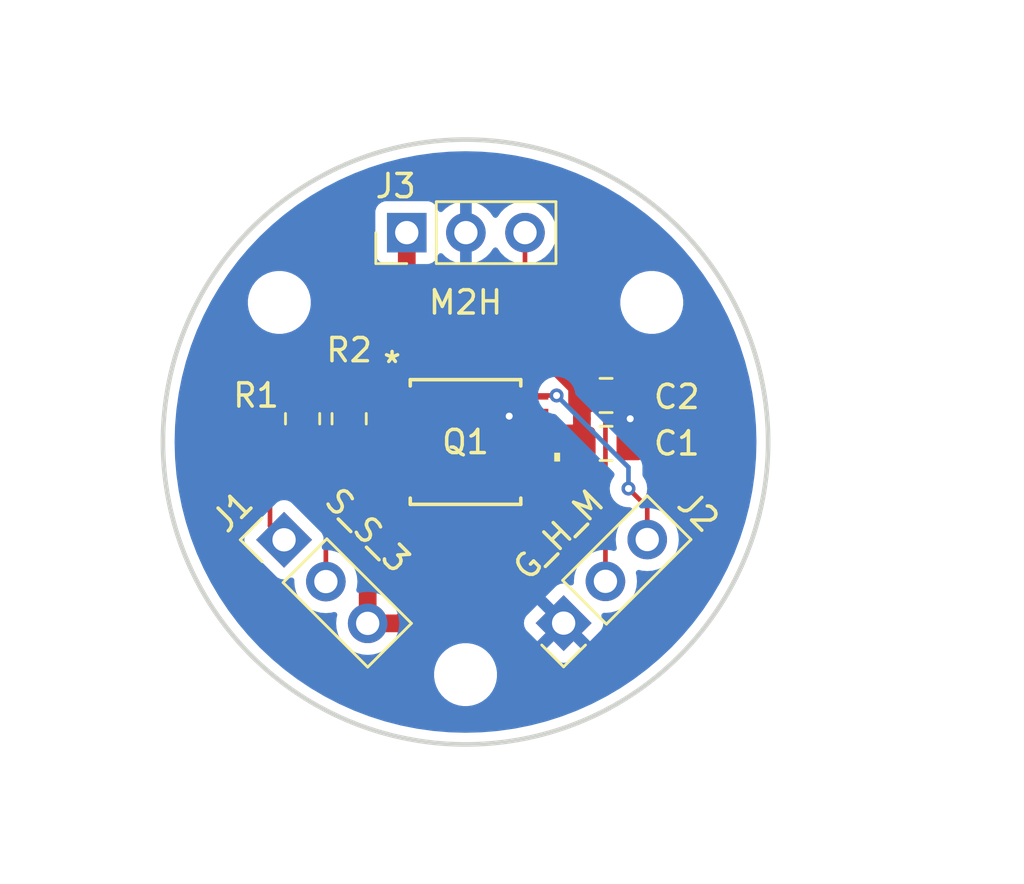
<source format=kicad_pcb>
(kicad_pcb (version 20240108) (generator "pcbnew") (generator_version "8.0")
  (layers (0 "F.Cu" signal) (31 "B.Cu" signal) (34 "B.Paste" user) (35 "F.Paste" user) (36 "B.SilkS" user "B.Silkscreen") (37 "F.SilkS" user "F.Silkscreen") (38 "B.Mask" user) (39 "F.Mask" user) (44 "Edge.Cuts" user))
  (net 0 "")
  (net 1 "GND")
  (net 2 "+3.3V")
  (net 3 "/SCL")
  (net 4 "/SDA")
  (net 5 "/HALL_OUT")
  (net 6 "/MAG_INT")
  (footprint "MountingHole:MountingHole_2.2mm_M2" (layer "F.Cu") (at 128 87)
    (property "Reference" "REF**")
    (property "Value" "MountingHole_2.2mm_M2")
    (pad "" np_thru_hole circle (at 0 0) (size 2.2 2.2) (drill 2.2) (layers "*.Cu" "*.Mask"))
  )
  (footprint "Capacitor_SMD:C_0805_2012Metric_Pad1.18x1.45mm_HandSolder" (layer "F.Cu") (at 142.0375 91 180)
    (property "Reference" "C2" (at -3.0375 -0.06 0) (layer "F.SilkS"))
    (property "Value" "10uF")
    (fp_line (start -0.261252 0.735) (end 0.261252 0.735) (stroke (width 0.12)) (layer "F.SilkS"))
    (fp_line (start -0.261252 -0.735) (end 0.261252 -0.735) (stroke (width 0.12)) (layer "F.SilkS"))
    (pad "1" smd roundrect (at -1.0375 0 180) (size 1.175 1.45) (layers "F.Cu" "F.Paste" "F.Mask") (roundrect_rratio 0.212766) (net 1 "GND"))
    (pad "2" smd roundrect (at 1.0375 0 180) (size 1.175 1.45) (layers "F.Cu" "F.Paste" "F.Mask") (roundrect_rratio 0.212766) (net 2 "+3.3V"))
  )
  (footprint "Capacitor_SMD:C_0805_2012Metric_Pad1.18x1.45mm_HandSolder" (layer "F.Cu") (at 142.0375 93.06 180)
    (property "Reference" "C1" (at -3.0375 0 0) (layer "F.SilkS"))
    (property "Value" "100nF")
    (fp_line (start -0.261252 0.735) (end 0.261252 0.735) (stroke (width 0.12)) (layer "F.SilkS"))
    (fp_line (start -0.261252 -0.735) (end 0.261252 -0.735) (stroke (width 0.12)) (layer "F.SilkS"))
    (pad "1" smd roundrect (at -1.0375 0 180) (size 1.175 1.45) (layers "F.Cu" "F.Paste" "F.Mask") (roundrect_rratio 0.212766) (net 1 "GND"))
    (pad "2" smd roundrect (at 1.0375 0 180) (size 1.175 1.45) (layers "F.Cu" "F.Paste" "F.Mask") (roundrect_rratio 0.212766) (net 2 "+3.3V"))
  )
  (footprint "AS5048B_HTSP_500:TRANS_HTSP-500_AMS" (layer "F.Cu") (at 136 93)
    (property "Reference" "Q1" (at 0 0 0) (layer "F.SilkS"))
    (property "Value" "AS5048B-HTSP-500")
    (fp_line (start -2.3749 -2.6797) (end -2.3749 -2.409741) (stroke (width 0.1524)) (layer "F.SilkS"))
    (fp_line (start -2.3749 2.409739) (end -2.3749 2.6797) (stroke (width 0.1524)) (layer "F.SilkS"))
    (fp_line (start -2.3749 2.6797) (end 2.3749 2.6797) (stroke (width 0.1524)) (layer "F.SilkS"))
    (fp_line (start 2.3749 -2.6797) (end -2.3749 -2.6797) (stroke (width 0.1524)) (layer "F.SilkS"))
    (fp_line (start 2.3749 -2.409739) (end 2.3749 -2.6797) (stroke (width 0.1524)) (layer "F.SilkS"))
    (fp_line (start 2.3749 2.6797) (end 2.3749 2.409741) (stroke (width 0.1524)) (layer "F.SilkS"))
    (fp_poly (pts (xy 4.064 0.459499) (xy 4.064 0.840499) (xy 3.81 0.840499) (xy 3.81 0.459499)) (fill solid) (layer "F.SilkS"))
    (fp_text user "*" (at -3.15595 -3.347 0) (layer "F.SilkS"))
    (pad "1" smd rect (at -2.90195 -1.950001) (size 1.3081 0.254) (layers "F.Cu" "F.Paste" "F.Mask") (net 4 "/SDA"))
    (pad "2" smd rect (at -2.90195 -1.3) (size 1.3081 0.254) (layers "F.Cu" "F.Paste" "F.Mask") (net 3 "/SCL"))
    (pad "3" smd rect (at -2.90195 -0.649999) (size 1.3081 0.254) (layers "F.Cu" "F.Paste" "F.Mask") (net 2 "+3.3V"))
    (pad "4" smd rect (at -2.90195 0) (size 1.3081 0.254) (layers "F.Cu" "F.Paste" "F.Mask") (net 2 "+3.3V"))
    (pad "5" smd rect (at -2.90195 0.649999) (size 1.3081 0.254) (layers "F.Cu" "F.Paste" "F.Mask"))
    (pad "6" smd rect (at -2.90195 1.3) (size 1.3081 0.254) (layers "F.Cu" "F.Paste" "F.Mask"))
    (pad "7" smd rect (at -2.90195 1.949999) (size 1.3081 0.254) (layers "F.Cu" "F.Paste" "F.Mask"))
    (pad "8" smd rect (at 2.90195 1.950001) (size 1.3081 0.254) (layers "F.Cu" "F.Paste" "F.Mask"))
    (pad "9" smd rect (at 2.90195 1.3) (size 1.3081 0.254) (layers "F.Cu" "F.Paste" "F.Mask"))
    (pad "10" smd rect (at 2.90195 0.650001) (size 1.3081 0.254) (layers "F.Cu" "F.Paste" "F.Mask"))
    (pad "11" smd rect (at 2.90195 0) (size 1.3081 0.254) (layers "F.Cu" "F.Paste" "F.Mask"))
    (pad "12" smd rect (at 2.90195 -0.649999) (size 1.3081 0.254) (layers "F.Cu" "F.Paste" "F.Mask") (net 2 "+3.3V"))
    (pad "13" smd rect (at 2.90195 -1.3) (size 1.3081 0.254) (layers "F.Cu" "F.Paste" "F.Mask") (net 1 "GND"))
    (pad "14" smd rect (at 2.90195 -1.949999) (size 1.3081 0.254) (layers "F.Cu" "F.Paste" "F.Mask") (net 6 "/MAG_INT"))
  )
  (footprint "Connector_PinHeader_2.54mm:PinHeader_1x03_P2.54mm_Vertical" (layer "F.Cu") (at 140.214555 100.785445 135)
    (property "Reference" "J2" (at -0.707107 7.474748 135) (layer "F.SilkS"))
    (property "Value" "G_H_M" (at 2.828427 2.525001 45) (layer "F.SilkS"))
    (fp_line (start 1.33 1.270001) (end 1.33 6.409999) (stroke (width 0.12)) (layer "F.SilkS"))
    (fp_line (start -1.33 -1.33) (end 0 -1.33) (stroke (width 0.12)) (layer "F.SilkS"))
    (fp_line (start -1.33 0) (end -1.33 -1.33) (stroke (width 0.12)) (layer "F.SilkS"))
    (fp_line (start -1.33 1.270001) (end 1.33 1.270001) (stroke (width 0.12)) (layer "F.SilkS"))
    (fp_line (start -1.33 1.270001) (end -1.33 6.409999) (stroke (width 0.12)) (layer "F.SilkS"))
    (fp_line (start -1.33 6.409999) (end 1.33 6.409999) (stroke (width 0.12)) (layer "F.SilkS"))
    (pad "1" thru_hole rect (at 0 0 135) (size 1.7 1.7) (drill 1) (layers "*.Cu" "*.Mask") (net 1 "GND"))
    (pad "2" thru_hole oval (at 0 2.54 135) (size 1.7 1.7) (drill 1) (layers "*.Cu" "*.Mask") (net 5 "/HALL_OUT"))
    (pad "3" thru_hole oval (at 0 5.079999 135) (size 1.7 1.7) (drill 1) (layers "*.Cu" "*.Mask") (net 6 "/MAG_INT"))
  )
  (footprint "Connector_PinHeader_2.54mm:PinHeader_1x03_P2.54mm_Vertical" (layer "F.Cu") (at 128.203949 97.203949 45)
    (property "Reference" "J1" (at -0.707107 -2.424747 45) (layer "F.SilkS"))
    (property "Value" "S_S_3" (at 2.828427 2.251572 135) (layer "F.SilkS"))
    (fp_line (start -1.33 -1.33) (end 0 -1.33) (stroke (width 0.12)) (layer "F.SilkS"))
    (fp_line (start -1.33 0) (end -1.33 -1.33) (stroke (width 0.12)) (layer "F.SilkS"))
    (fp_line (start -1.33 1.270001) (end 1.33 1.270001) (stroke (width 0.12)) (layer "F.SilkS"))
    (fp_line (start -1.33 1.270001) (end -1.33 6.409999) (stroke (width 0.12)) (layer "F.SilkS"))
    (fp_line (start 1.33 1.270001) (end 1.33 6.409999) (stroke (width 0.12)) (layer "F.SilkS"))
    (fp_line (start -1.33 6.409999) (end 1.33 6.409999) (stroke (width 0.12)) (layer "F.SilkS"))
    (pad "1" thru_hole rect (at 0 0 45) (size 1.7 1.7) (drill 1) (layers "*.Cu" "*.Mask") (net 4 "/SDA"))
    (pad "2" thru_hole oval (at 0 2.54 45) (size 1.7 1.7) (drill 1) (layers "*.Cu" "*.Mask") (net 3 "/SCL"))
    (pad "3" thru_hole oval (at 0 5.079999 45) (size 1.7 1.7) (drill 1) (layers "*.Cu" "*.Mask") (net 2 "+3.3V"))
  )
  (footprint "Resistor_SMD:R_0805_2012Metric_Pad1.20x1.40mm_HandSolder" (layer "F.Cu") (at 129 92 90)
    (property "Reference" "R1" (at 1 -2 180) (layer "F.SilkS"))
    (property "Value" "4k7")
    (fp_line (start -0.227064 -0.735) (end 0.227064 -0.735) (stroke (width 0.12)) (layer "F.SilkS"))
    (fp_line (start -0.227064 0.735) (end 0.227064 0.735) (stroke (width 0.12)) (layer "F.SilkS"))
    (pad "1" smd roundrect (at -1 0 90) (size 1.2 1.4) (layers "F.Cu" "F.Paste" "F.Mask") (roundrect_rratio 0.208333) (net 2 "+3.3V"))
    (pad "2" smd roundrect (at 1 0 90) (size 1.2 1.4) (layers "F.Cu" "F.Paste" "F.Mask") (roundrect_rratio 0.208333) (net 4 "/SDA"))
  )
  (footprint "Resistor_SMD:R_0805_2012Metric_Pad1.20x1.40mm_HandSolder" (layer "F.Cu") (at 131 92 90)
    (property "Reference" "R2" (at 2.95 0 180) (layer "F.SilkS"))
    (property "Value" "4k7")
    (fp_line (start -0.227064 -0.735) (end 0.227064 -0.735) (stroke (width 0.12)) (layer "F.SilkS"))
    (fp_line (start -0.227064 0.735) (end 0.227064 0.735) (stroke (width 0.12)) (layer "F.SilkS"))
    (pad "1" smd roundrect (at -1 0 90) (size 1.2 1.4) (layers "F.Cu" "F.Paste" "F.Mask") (roundrect_rratio 0.208333) (net 2 "+3.3V"))
    (pad "2" smd roundrect (at 1 0 90) (size 1.2 1.4) (layers "F.Cu" "F.Paste" "F.Mask") (roundrect_rratio 0.208333) (net 3 "/SCL"))
  )
  (footprint "Connector_PinHeader_2.54mm:PinHeader_1x03_P2.54mm_Vertical" (layer "F.Cu") (at 133.475 84 90)
    (property "Reference" "J3" (at 2 -0.475 180) (layer "F.SilkS"))
    (property "Value" "M2H" (at -3 2.525 180) (layer "F.SilkS"))
    (fp_line (start -1.33 -1.33) (end 0 -1.33) (stroke (width 0.12)) (layer "F.SilkS"))
    (fp_line (start -1.33 0) (end -1.33 -1.33) (stroke (width 0.12)) (layer "F.SilkS"))
    (fp_line (start 1.33 1.27) (end 1.33 6.41) (stroke (width 0.12)) (layer "F.SilkS"))
    (fp_line (start -1.33 1.27) (end 1.33 1.27) (stroke (width 0.12)) (layer "F.SilkS"))
    (fp_line (start -1.33 1.27) (end -1.33 6.41) (stroke (width 0.12)) (layer "F.SilkS"))
    (fp_line (start -1.33 6.41) (end 1.33 6.41) (stroke (width 0.12)) (layer "F.SilkS"))
    (pad "1" thru_hole rect (at 0 0 90) (size 1.7 1.7) (drill 1) (layers "*.Cu" "*.Mask") (net 2 "+3.3V"))
    (pad "2" thru_hole oval (at 0 2.54 90) (size 1.7 1.7) (drill 1) (layers "*.Cu" "*.Mask") (net 1 "GND"))
    (pad "3" thru_hole oval (at 0 5.08 90) (size 1.7 1.7) (drill 1) (layers "*.Cu" "*.Mask") (net 5 "/HALL_OUT"))
  )
  (footprint "MountingHole:MountingHole_2.2mm_M2" (layer "F.Cu") (at 144 87)
    (property "Reference" "REF**")
    (property "Value" "MountingHole_2.2mm_M2")
    (pad "" np_thru_hole circle (at 0 0) (size 2.2 2.2) (drill 2.2) (layers "*.Cu" "*.Mask"))
  )
  (footprint "MountingHole:MountingHole_2.2mm_M2" (layer "F.Cu") (at 136 103)
    (property "Reference" "REF**")
    (property "Value" "MountingHole_2.2mm_M2")
    (pad "" np_thru_hole circle (at 0 0) (size 2.2 2.2) (drill 2.2) (layers "*.Cu" "*.Mask"))
  )
  (gr_circle (center 136 93) (end 149 93) (stroke (width 0.2)) (fill none) (layer "Edge.Cuts"))
  (segment (start 143.075 93.06) (end 143.075 91) (width 0.2) (layer "F.Cu") (net 1))
  (segment (start 138.90195 91.7) (end 138.064779 91.7) (width 0.2) (layer "F.Cu") (net 1))
  (segment (start 138.064779 91.7) (end 137.876171 91.888608) (width 0.2) (layer "F.Cu") (net 1))
  (via (at 143.075 92) (size 0.6) (drill 0.3) (layers "F.Cu" "B.Cu") (net 1))
  (via (at 137.876171 91.888608) (size 0.6) (drill 0.3) (layers "F.Cu" "B.Cu") (net 1))
  (segment (start 141 91) (end 141 90.841577) (width 0.762) (layer "F.Cu") (net 2))
  (segment (start 141 90.841577) (end 137.158423 87) (width 0.762) (layer "F.Cu") (net 2))
  (segment (start 134 87) (end 133.475 86.475) (width 0.762) (layer "F.Cu") (net 2))
  (segment (start 129 93) (end 131 93) (width 0.762) (layer "F.Cu") (net 2))
  (segment (start 133.09805 93) (end 133.09805 92.350001) (width 0.2) (layer "F.Cu") (net 2))
  (segment (start 138.90195 92.350001) (end 140.649999 92.350001) (width 0.2) (layer "F.Cu") (net 2))
  (segment (start 136 98) (end 137.795001 98) (width 0.762) (layer "F.Cu") (net 2))
  (segment (start 131 93) (end 133.09805 93) (width 0.2) (layer "F.Cu") (net 2))
  (segment (start 131.796051 100.796051) (end 131.796051 95.796051) (width 0.762) (layer "F.Cu") (net 2))
  (segment (start 141 93.06) (end 141 92) (width 0.762) (layer "F.Cu") (net 2))
  (segment (start 140.649999 92.350001) (end 141 92) (width 0.2) (layer "F.Cu") (net 2))
  (segment (start 137.795001 98) (end 141 94.795001) (width 0.762) (layer "F.Cu") (net 2))
  (segment (start 137.158423 87) (end 134 87) (width 0.762) (layer "F.Cu") (net 2))
  (segment (start 141 94.795001) (end 141 93.06) (width 0.762) (layer "F.Cu") (net 2))
  (segment (start 141 92) (end 141 91) (width 0.762) (layer "F.Cu") (net 2))
  (segment (start 131.796051 95.796051) (end 129 93) (width 0.762) (layer "F.Cu") (net 2))
  (segment (start 133.475 86.475) (end 133.475 84) (width 0.762) (layer "F.Cu") (net 2))
  (segment (start 133.203949 100.796051) (end 136 98) (width 0.762) (layer "F.Cu") (net 2))
  (segment (start 131.796051 100.796051) (end 133.203949 100.796051) (width 0.762) (layer "F.Cu") (net 2))
  (segment (start 128.515256 91.9) (end 130.1 91.9) (width 0.2) (layer "F.Cu") (net 3))
  (segment (start 130.1 91.9) (end 131 91) (width 0.2) (layer "F.Cu") (net 3))
  (segment (start 130 99) (end 130 95.584744) (width 0.2) (layer "F.Cu") (net 3))
  (segment (start 131.7 91.7) (end 133.09805 91.7) (width 0.2) (layer "F.Cu") (net 3))
  (segment (start 128 93.584744) (end 128 92.415256) (width 0.2) (layer "F.Cu") (net 3))
  (segment (start 130 95.584744) (end 128 93.584744) (width 0.2) (layer "F.Cu") (net 3))
  (segment (start 131 91) (end 131.7 91.7) (width 0.2) (layer "F.Cu") (net 3))
  (segment (start 128 92.415256) (end 128.515256 91.9) (width 0.2) (layer "F.Cu") (net 3))
  (segment (start 127.6 91.4) (end 128 91) (width 0.2) (layer "F.Cu") (net 4))
  (segment (start 128 91) (end 129 91) (width 0.2) (layer "F.Cu") (net 4))
  (segment (start 132.148051 90.1) (end 133.09805 91.049999) (width 0.2) (layer "F.Cu") (net 4))
  (segment (start 129.9 90.1) (end 132.148051 90.1) (width 0.2) (layer "F.Cu") (net 4))
  (segment (start 129 91) (end 129.9 90.1) (width 0.2) (layer "F.Cu") (net 4))
  (segment (start 127.6 96.6) (end 127.6 91.4) (width 0.2) (layer "F.Cu") (net 4))
  (segment (start 128.203949 97.203949) (end 127.6 96.6) (width 0.2) (layer "F.Cu") (net 4))
  (segment (start 142.010606 90.413362) (end 138.555 86.957756) (width 0.2) (layer "F.Cu") (net 5))
  (segment (start 142.010606 98.989394) (end 142.010606 90.413362) (width 0.2) (layer "F.Cu") (net 5))
  (segment (start 138.555 86.957756) (end 138.555 84) (width 0.2) (layer "F.Cu") (net 5))
  (segment (start 138.951951 91) (end 138.90195 91.050001) (width 0.2) (layer "F.Cu") (net 6))
  (segment (start 143.806657 95.806657) (end 143 95) (width 0.2) (layer "F.Cu") (net 6))
  (segment (start 143.806657 97.193343) (end 143.806657 95.806657) (width 0.2) (layer "F.Cu") (net 6))
  (segment (start 139.9125 91) (end 138.951951 91) (width 0.2) (layer "F.Cu") (net 6))
  (via (at 143 95) (size 0.6) (drill 0.3) (layers "F.Cu" "B.Cu") (net 6))
  (via (at 139.9125 91) (size 0.6) (drill 0.3) (layers "F.Cu" "B.Cu") (net 6))
  (segment (start 143 94.0875) (end 139.9125 91) (width 0.2) (layer "B.Cu") (net 6))
  (segment (start 143 95) (end 143 94.0875) (width 0.2) (layer "B.Cu") (net 6))
  (zone (net 1) (net_name "GND") (layer "B.Cu") (connect_pads (clearance 0.5)) (min_thickness 0.25) (fill yes (thermal_gap 0.5) (thermal_bridge_width 0.5))
    (polygon (pts (xy 116 82) (xy 137 74) (xy 160 84) (xy 153 112) (xy 119 111)))
  )
)
</source>
